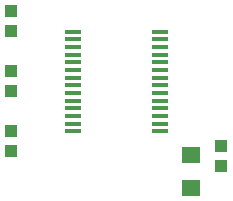
<source format=gtp>
G75*
G70*
%OFA0B0*%
%FSLAX24Y24*%
%IPPOS*%
%LPD*%
%AMOC8*
5,1,8,0,0,1.08239X$1,22.5*
%
%ADD10R,0.0394X0.0433*%
%ADD11R,0.0630X0.0551*%
%ADD12R,0.0550X0.0137*%
D10*
X007052Y003766D03*
X007052Y004435D03*
X007052Y005766D03*
X007052Y006435D03*
X007052Y007766D03*
X007052Y008435D03*
X014052Y003935D03*
X014052Y003266D03*
D11*
X013052Y003652D03*
X013052Y002550D03*
D12*
X011991Y004437D03*
X011991Y004693D03*
X011991Y004949D03*
X011991Y005205D03*
X011991Y005461D03*
X011991Y005717D03*
X011991Y005973D03*
X011991Y006229D03*
X011991Y006485D03*
X011991Y006741D03*
X011991Y006996D03*
X011991Y007252D03*
X011991Y007508D03*
X011991Y007764D03*
X009113Y007764D03*
X009113Y007508D03*
X009113Y007252D03*
X009113Y006996D03*
X009113Y006741D03*
X009113Y006485D03*
X009113Y006229D03*
X009113Y005973D03*
X009113Y005717D03*
X009113Y005461D03*
X009113Y005205D03*
X009113Y004949D03*
X009113Y004693D03*
X009113Y004437D03*
M02*

</source>
